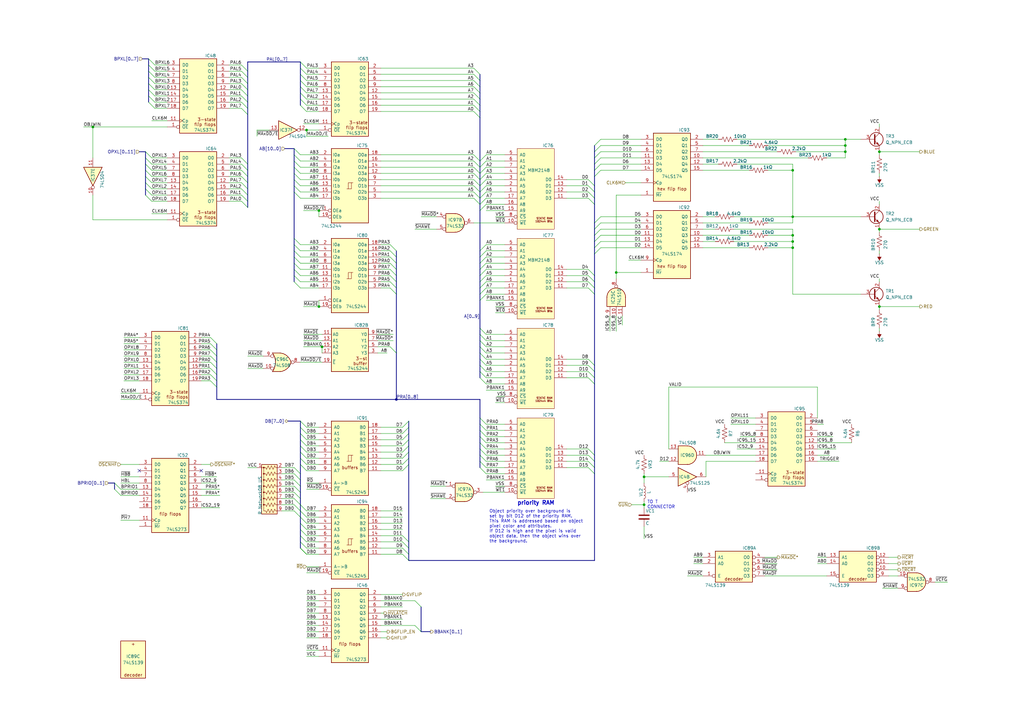
<source format=kicad_sch>
(kicad_sch (version 20231120) (generator "eeschema") (generator_version "8.0")
  (paper "A3")
  (title_block (title "Color Mixer and DAC") (date "2024-11-16") (company "JOTEGO") (comment 1 "www.patreon.com/jotego") (comment 2 "José Tejada"))
  (junction (at 252.73 111.76))
  (junction (at 325.12 99.06))
  (junction (at 360.68 93.98))
  (junction (at 360.68 125.73))
  (junction (at 325.12 96.52))
  (junction (at 130.81 86.36))
  (junction (at 38.1 52.07))
  (junction (at 130.81 125.73))
  (junction (at 346.71 59.69))
  (junction (at 346.71 57.15))
  (junction (at 346.71 62.23))
  (junction (at 264.16 207.01))
  (junction (at 325.12 101.6))
  (junction (at 360.68 62.23))
  (junction (at 325.12 69.85))
  (junction (at 325.12 88.9))
  (junction (at 162.56 163.83))
  (junction (at 132.08 142.24))
  (junction (at 125.73 53.34))
  (junction (at 264.16 195.58))
  (no_connect (at 57.15 193.04))
  (no_connect (at 82.55 193.04))
  (bus_entry (at 196.85 86.36) (size 2.54 -2.54))
  (bus_entry (at 60.96 39.37) (size 2.54 2.54))
  (bus_entry (at 125.73 222.25) (size -2.54 -2.54))
  (bus_entry (at 241.3 186.69) (size 2.54 2.54))
  (bus_entry (at 194.31 81.28) (size 2.54 2.54))
  (bus_entry (at 120.65 100.33) (size 2.54 2.54))
  (bus_entry (at 120.65 102.87) (size 2.54 2.54))
  (bus_entry (at 241.3 81.28) (size 2.54 2.54))
  (bus_entry (at 196.85 191.77) (size 2.54 2.54))
  (bus_entry (at 196.85 179.07) (size 2.54 2.54))
  (bus_entry (at 196.85 147.32) (size 2.54 2.54))
  (bus_entry (at 196.85 81.28) (size 2.54 -2.54))
  (bus_entry (at 86.36 140.97) (size 2.54 2.54))
  (bus_entry (at 165.1 190.5) (size 2.54 -2.54))
  (bus_entry (at 165.1 224.79) (size 2.54 2.54))
  (bus_entry (at 120.65 207.01) (size 2.54 2.54))
  (bus_entry (at 196.85 83.82) (size 2.54 -2.54))
  (bus_entry (at 165.1 187.96) (size 2.54 -2.54))
  (bus_entry (at 125.73 224.79) (size -2.54 -2.54))
  (bus_entry (at 125.73 227.33) (size -2.54 -2.54))
  (bus_entry (at 196.85 173.99) (size 2.54 2.54))
  (bus_entry (at 125.73 177.8) (size -2.54 -2.54))
  (bus_entry (at 243.84 96.52) (size 2.54 -2.54))
  (bus_entry (at 196.85 123.19) (size 2.54 -2.54))
  (bus_entry (at 160.02 113.03) (size 2.54 2.54))
  (bus_entry (at 241.3 189.23) (size 2.54 2.54))
  (bus_entry (at 243.84 93.98) (size 2.54 -2.54))
  (bus_entry (at 196.85 73.66) (size 2.54 -2.54))
  (bus_entry (at 86.36 148.59) (size 2.54 2.54))
  (bus_entry (at 120.65 196.85) (size 2.54 2.54))
  (bus_entry (at 99.06 72.39) (size 2.54 2.54))
  (bus_entry (at 241.3 113.03) (size 2.54 2.54))
  (bus_entry (at 241.3 73.66) (size 2.54 2.54))
  (bus_entry (at 196.85 110.49) (size 2.54 -2.54))
  (bus_entry (at 125.73 187.96) (size -2.54 -2.54))
  (bus_entry (at 194.31 40.64) (size 2.54 2.54))
  (bus_entry (at 86.36 151.13) (size 2.54 2.54))
  (bus_entry (at 123.19 66.04) (size -2.54 -2.54))
  (bus_entry (at 120.65 194.31) (size 2.54 2.54))
  (bus_entry (at 60.96 24.13) (size 2.54 2.54))
  (bus_entry (at 60.96 36.83) (size 2.54 2.54))
  (bus_entry (at 99.06 29.21) (size 2.54 2.54))
  (bus_entry (at 86.36 156.21) (size 2.54 2.54))
  (bus_entry (at 243.84 101.6) (size 2.54 -2.54))
  (bus_entry (at 59.69 67.31) (size 2.54 2.54))
  (bus_entry (at 196.85 189.23) (size 2.54 2.54))
  (bus_entry (at 165.1 193.04) (size 2.54 -2.54))
  (bus_entry (at 125.73 227.33) (size -2.54 -2.54))
  (bus_entry (at 194.31 33.02) (size 2.54 2.54))
  (bus_entry (at 165.1 219.71) (size 2.54 2.54))
  (bus_entry (at 99.06 69.85) (size 2.54 2.54))
  (bus_entry (at 165.1 222.25) (size 2.54 2.54))
  (bus_entry (at 196.85 118.11) (size 2.54 -2.54))
  (bus_entry (at 120.65 105.41) (size 2.54 2.54))
  (bus_entry (at 196.85 76.2) (size 2.54 -2.54))
  (bus_entry (at 194.31 63.5) (size 2.54 2.54))
  (bus_entry (at 243.84 59.69) (size 2.54 -2.54))
  (bus_entry (at 160.02 110.49) (size 2.54 2.54))
  (bus_entry (at 123.19 68.58) (size -2.54 -2.54))
  (bus_entry (at 125.73 212.09) (size -2.54 -2.54))
  (bus_entry (at 120.65 97.79) (size 2.54 2.54))
  (bus_entry (at 241.3 78.74) (size 2.54 2.54))
  (bus_entry (at 241.3 147.32) (size 2.54 2.54))
  (bus_entry (at 165.1 177.8) (size 2.54 -2.54))
  (bus_entry (at 120.65 204.47) (size 2.54 2.54))
  (bus_entry (at 160.02 115.57) (size 2.54 2.54))
  (bus_entry (at 120.65 191.77) (size 2.54 2.54))
  (bus_entry (at 194.31 78.74) (size 2.54 2.54))
  (bus_entry (at 241.3 118.11) (size 2.54 2.54))
  (bus_entry (at 86.36 143.51) (size 2.54 2.54))
  (bus_entry (at 160.02 118.11) (size 2.54 2.54))
  (bus_entry (at 243.84 62.23) (size 2.54 -2.54))
  (bus_entry (at 165.1 180.34) (size 2.54 -2.54))
  (bus_entry (at 194.31 30.48) (size 2.54 2.54))
  (bus_entry (at 120.65 199.39) (size 2.54 2.54))
  (bus_entry (at 241.3 152.4) (size 2.54 2.54))
  (bus_entry (at 165.1 227.33) (size 2.54 2.54))
  (bus_entry (at 196.85 139.7) (size 2.54 2.54))
  (bus_entry (at 196.85 66.04) (size 2.54 -2.54))
  (bus_entry (at 120.65 113.03) (size 2.54 2.54))
  (bus_entry (at 99.06 39.37) (size 2.54 2.54))
  (bus_entry (at 243.84 91.44) (size 2.54 -2.54))
  (bus_entry (at 123.19 33.02) (size 2.54 2.54))
  (bus_entry (at 241.3 149.86) (size 2.54 2.54))
  (bus_entry (at 123.19 76.2) (size -2.54 -2.54))
  (bus_entry (at 125.73 180.34) (size -2.54 -2.54))
  (bus_entry (at 243.84 64.77) (size 2.54 -2.54))
  (bus_entry (at 60.96 29.21) (size 2.54 2.54))
  (bus_entry (at 123.19 78.74) (size -2.54 -2.54))
  (bus_entry (at 123.19 81.28) (size -2.54 -2.54))
  (bus_entry (at 125.73 193.04) (size -2.54 -2.54))
  (bus_entry (at 99.06 31.75) (size 2.54 2.54))
  (bus_entry (at 125.73 217.17) (size -2.54 -2.54))
  (bus_entry (at 99.06 44.45) (size 2.54 2.54))
  (bus_entry (at 123.19 71.12) (size -2.54 -2.54))
  (bus_entry (at 196.85 105.41) (size 2.54 -2.54))
  (bus_entry (at 125.73 190.5) (size -2.54 -2.54))
  (bus_entry (at 196.85 154.94) (size 2.54 2.54))
  (bus_entry (at 125.73 214.63) (size -2.54 -2.54))
  (bus_entry (at 194.31 38.1) (size 2.54 2.54))
  (bus_entry (at 120.65 115.57) (size 2.54 2.54))
  (bus_entry (at 196.85 176.53) (size 2.54 2.54))
  (bus_entry (at 196.85 137.16) (size 2.54 2.54))
  (bus_entry (at 60.96 34.29) (size 2.54 2.54))
  (bus_entry (at 123.19 40.64) (size 2.54 2.54))
  (bus_entry (at 99.06 77.47) (size 2.54 2.54))
  (bus_entry (at 160.02 107.95) (size 2.54 2.54))
  (bus_entry (at 196.85 102.87) (size 2.54 -2.54))
  (bus_entry (at 99.06 67.31) (size 2.54 2.54))
  (bus_entry (at 59.69 80.01) (size 2.54 2.54))
  (bus_entry (at 196.85 107.95) (size 2.54 -2.54))
  (bus_entry (at 196.85 186.69) (size 2.54 2.54))
  (bus_entry (at 241.3 115.57) (size 2.54 2.54))
  (bus_entry (at 196.85 184.15) (size 2.54 2.54))
  (bus_entry (at 46.99 198.12) (size 2.54 2.54))
  (bus_entry (at 160.02 102.87) (size 2.54 2.54))
  (bus_entry (at 99.06 34.29) (size 2.54 2.54))
  (bus_entry (at 243.84 72.39) (size 2.54 -2.54))
  (bus_entry (at 194.31 45.72) (size 2.54 2.54))
  (bus_entry (at 99.06 80.01) (size 2.54 2.54))
  (bus_entry (at 86.36 153.67) (size 2.54 2.54))
  (bus_entry (at 120.65 209.55) (size 2.54 2.54))
  (bus_entry (at 194.31 76.2) (size 2.54 2.54))
  (bus_entry (at 60.96 41.91) (size 2.54 2.54))
  (bus_entry (at 243.84 67.31) (size 2.54 -2.54))
  (bus_entry (at 243.84 99.06) (size 2.54 -2.54))
  (bus_entry (at 59.69 64.77) (size 2.54 2.54))
  (bus_entry (at 165.1 182.88) (size 2.54 -2.54))
  (bus_entry (at 194.31 73.66) (size 2.54 2.54))
  (bus_entry (at 99.06 82.55) (size 2.54 2.54))
  (bus_entry (at 194.31 27.94) (size 2.54 2.54))
  (bus_entry (at 123.19 25.4) (size 2.54 2.54))
  (bus_entry (at 241.3 184.15) (size 2.54 2.54))
  (bus_entry (at 160.02 100.33) (size 2.54 2.54))
  (bus_entry (at 243.84 104.14) (size 2.54 -2.54))
  (bus_entry (at 86.36 146.05) (size 2.54 2.54))
  (bus_entry (at 99.06 26.67) (size 2.54 2.54))
  (bus_entry (at 194.31 43.18) (size 2.54 2.54))
  (bus_entry (at 160.02 105.41) (size 2.54 2.54))
  (bus_entry (at 59.69 62.23) (size 2.54 2.54))
  (bus_entry (at 241.3 76.2) (size 2.54 2.54))
  (bus_entry (at 123.19 38.1) (size 2.54 2.54))
  (bus_entry (at 196.85 171.45) (size 2.54 2.54))
  (bus_entry (at 196.85 149.86) (size 2.54 2.54))
  (bus_entry (at 194.31 71.12) (size 2.54 2.54))
  (bus_entry (at 59.69 69.85) (size 2.54 2.54))
  (bus_entry (at 123.19 27.94) (size 2.54 2.54))
  (bus_entry (at 59.69 72.39) (size 2.54 2.54))
  (bus_entry (at 241.3 191.77) (size 2.54 2.54))
  (bus_entry (at 160.02 142.24) (size 2.54 2.54))
  (bus_entry (at 196.85 113.03) (size 2.54 -2.54))
  (bus_entry (at 165.1 185.42) (size 2.54 -2.54))
  (bus_entry (at 123.19 30.48) (size 2.54 2.54))
  (bus_entry (at 196.85 68.58) (size 2.54 -2.54))
  (bus_entry (at 46.99 200.66) (size 2.54 2.54))
  (bus_entry (at 60.96 26.67) (size 2.54 2.54))
  (bus_entry (at 99.06 41.91) (size 2.54 2.54))
  (bus_entry (at 120.65 107.95) (size 2.54 2.54))
  (bus_entry (at 170.18 256.54) (size 2.54 2.54))
  (bus_entry (at 123.19 63.5) (size -2.54 -2.54))
  (bus_entry (at 196.85 144.78) (size 2.54 2.54))
  (bus_entry (at 196.85 78.74) (size 2.54 -2.54))
  (bus_entry (at 99.06 36.83) (size 2.54 2.54))
  (bus_entry (at 196.85 134.62) (size 2.54 2.54))
  (bus_entry (at 165.1 175.26) (size 2.54 -2.54))
  (bus_entry (at 125.73 185.42) (size -2.54 -2.54))
  (bus_entry (at 60.96 31.75) (size 2.54 2.54))
  (bus_entry (at 170.18 246.38) (size 2.54 2.54))
  (bus_entry (at 196.85 71.12) (size 2.54 -2.54))
  (bus_entry (at 120.65 110.49) (size 2.54 2.54))
  (bus_entry (at 196.85 152.4) (size 2.54 2.54))
  (bus_entry (at 123.19 73.66) (size -2.54 -2.54))
  (bus_entry (at 241.3 154.94) (size 2.54 2.54))
  (bus_entry (at 125.73 219.71) (size -2.54 -2.54))
  (bus_entry (at 243.84 69.85) (size 2.54 -2.54))
  (bus_entry (at 123.19 207.01) (size 2.54 2.54))
  (bus_entry (at 99.06 74.93) (size 2.54 2.54))
  (bus_entry (at 59.69 77.47) (size 2.54 2.54))
  (bus_entry (at 194.31 66.04) (size 2.54 2.54))
  (bus_entry (at 123.19 43.18) (size 2.54 2.54))
  (bus_entry (at 194.31 68.58) (size 2.54 2.54))
  (bus_entry (at 196.85 181.61) (size 2.54 2.54))
  (bus_entry (at 99.06 64.77) (size 2.54 2.54))
  (bus_entry (at 241.3 110.49) (size 2.54 2.54))
  (bus_entry (at 196.85 115.57) (size 2.54 -2.54))
  (bus_entry (at 125.73 182.88) (size -2.54 -2.54))
  (bus_entry (at 194.31 35.56) (size 2.54 2.54))
  (bus_entry (at 196.85 142.24) (size 2.54 2.54))
  (bus_entry (at 125.73 175.26) (size -2.54 -2.54))
  (bus_entry (at 59.69 74.93) (size 2.54 2.54))
  (bus_entry (at 196.85 120.65) (size 2.54 -2.54))
  (bus_entry (at 86.36 138.43) (size 2.54 2.54))
  (bus_entry (at 120.65 201.93) (size 2.54 2.54))
  (bus_entry (at 123.19 35.56) (size 2.54 2.54))
  (bus (pts (xy 172.72 248.92) (xy 172.72 259.08)))
  (wire (pts (xy 50.8 143.51) (xy 57.15 143.51)))
  (bus (pts (xy 59.69 72.39) (xy 59.69 69.85)))
  (wire (pts (xy 199.39 147.32) (xy 207.01 147.32)))
  (bus (pts (xy 123.19 207.01) (xy 123.19 209.55)))
  (wire (pts (xy 364.49 228.6) (xy 368.3 228.6)))
  (wire (pts (xy 199.39 176.53) (xy 207.01 176.53)))
  (wire (pts (xy 288.29 62.23) (xy 318.77 62.23)))
  (bus (pts (xy 120.65 110.49) (xy 120.65 107.95)))
  (wire (pts (xy 99.06 67.31) (xy 93.98 67.31)))
  (bus (pts (xy 57.15 62.23) (xy 59.69 62.23)))
  (wire (pts (xy 62.23 87.63) (xy 68.58 87.63)))
  (wire (pts (xy 194.31 91.44) (xy 207.01 91.44)))
  (wire (pts (xy 99.06 64.77) (xy 93.98 64.77)))
  (wire (pts (xy 246.38 57.15) (xy 262.89 57.15)))
  (wire (pts (xy 38.1 80.01) (xy 38.1 90.17)))
  (bus (pts (xy 123.19 209.55) (xy 123.19 212.09)))
  (wire (pts (xy 63.5 39.37) (xy 68.58 39.37)))
  (wire (pts (xy 326.39 62.23) (xy 346.71 62.23)))
  (wire (pts (xy 156.21 71.12) (xy 194.31 71.12)))
  (wire (pts (xy 124.46 50.8) (xy 130.81 50.8)))
  (bus (pts (xy 196.85 102.87) (xy 196.85 105.41)))
  (wire (pts (xy 264.16 205.74) (xy 264.16 207.01)))
  (bus (pts (xy 243.84 115.57) (xy 243.84 118.11)))
  (wire (pts (xy 232.41 154.94) (xy 241.3 154.94)))
  (bus (pts (xy 243.84 67.31) (xy 243.84 69.85)))
  (wire (pts (xy 82.55 195.58) (xy 88.9 195.58)))
  (wire (pts (xy 50.8 151.13) (xy 57.15 151.13)))
  (bus (pts (xy 196.85 147.32) (xy 196.85 149.86)))
  (wire (pts (xy 361.95 241.3) (xy 368.3 241.3)))
  (bus (pts (xy 196.85 189.23) (xy 196.85 186.69)))
  (bus (pts (xy 196.85 43.18) (xy 196.85 45.72)))
  (bus (pts (xy 60.96 34.29) (xy 60.96 31.75)))
  (bus (pts (xy 196.85 123.19) (xy 196.85 134.62)))
  (wire (pts (xy 250.19 135.89) (xy 250.19 129.54)))
  (wire (pts (xy 156.21 248.92) (xy 165.1 248.92)))
  (wire (pts (xy 156.21 43.18) (xy 194.31 43.18)))
  (wire (pts (xy 49.53 213.36) (xy 57.15 213.36)))
  (bus (pts (xy 196.85 184.15) (xy 196.85 181.61)))
  (bus (pts (xy 162.56 107.95) (xy 162.56 110.49)))
  (bus (pts (xy 59.69 67.31) (xy 59.69 64.77)))
  (bus (pts (xy 196.85 163.83) (xy 162.56 163.83)))
  (wire (pts (xy 199.39 184.15) (xy 207.01 184.15)))
  (wire (pts (xy 199.39 157.48) (xy 207.01 157.48)))
  (bus (pts (xy 101.6 41.91) (xy 101.6 39.37)))
  (bus (pts (xy 60.96 39.37) (xy 60.96 36.83)))
  (wire (pts (xy 335.28 158.75) (xy 335.28 171.45)))
  (bus (pts (xy 196.85 171.45) (xy 196.85 163.83)))
  (wire (pts (xy 203.2 88.9) (xy 207.01 88.9)))
  (bus (pts (xy 196.85 66.04) (xy 196.85 68.58)))
  (wire (pts (xy 232.41 186.69) (xy 241.3 186.69)))
  (wire (pts (xy 203.835 162.56) (xy 207.01 162.56)))
  (wire (pts (xy 125.73 234.95) (xy 130.81 234.95)))
  (bus (pts (xy 59.69 74.93) (xy 59.69 72.39)))
  (wire (pts (xy 156.21 190.5) (xy 165.1 190.5)))
  (wire (pts (xy 130.81 76.2) (xy 123.19 76.2)))
  (wire (pts (xy 252.73 111.76) (xy 262.89 111.76)))
  (wire (pts (xy 199.39 186.69) (xy 207.01 186.69)))
  (wire (pts (xy 364.49 231.14) (xy 368.3 231.14)))
  (wire (pts (xy 156.21 73.66) (xy 194.31 73.66)))
  (bus (pts (xy 123.19 190.5) (xy 123.19 194.31)))
  (bus (pts (xy 162.56 110.49) (xy 162.56 113.03)))
  (wire (pts (xy 302.26 57.15) (xy 346.71 57.15)))
  (wire (pts (xy 203.2 125.73) (xy 207.01 125.73)))
  (wire (pts (xy 125.73 182.88) (xy 130.81 182.88)))
  (wire (pts (xy 274.32 158.75) (xy 335.28 158.75)))
  (wire (pts (xy 232.41 189.23) (xy 241.3 189.23)))
  (wire (pts (xy 325.12 88.9) (xy 353.06 88.9)))
  (wire (pts (xy 99.06 80.01) (xy 93.98 80.01)))
  (wire (pts (xy 199.39 144.78) (xy 207.01 144.78)))
  (wire (pts (xy 125.73 43.18) (xy 130.81 43.18)))
  (bus (pts (xy 101.6 67.31) (xy 101.6 46.99)))
  (bus (pts (xy 196.85 152.4) (xy 196.85 154.94)))
  (wire (pts (xy 232.41 184.15) (xy 241.3 184.15)))
  (wire (pts (xy 199.39 120.65) (xy 207.01 120.65)))
  (bus (pts (xy 88.9 158.75) (xy 88.9 163.83)))
  (wire (pts (xy 125.73 209.55) (xy 130.81 209.55)))
  (wire (pts (xy 156.21 187.96) (xy 165.1 187.96)))
  (wire (pts (xy 156.21 113.03) (xy 160.02 113.03)))
  (wire (pts (xy 99.06 69.85) (xy 93.98 69.85)))
  (wire (pts (xy 156.21 105.41) (xy 160.02 105.41)))
  (wire (pts (xy 270.51 189.23) (xy 274.32 189.23)))
  (wire (pts (xy 176.53 199.39) (xy 182.88 199.39)))
  (wire (pts (xy 199.39 118.11) (xy 207.01 118.11)))
  (wire (pts (xy 199.39 196.85) (xy 207.01 196.85)))
  (wire (pts (xy 246.38 93.98) (xy 262.89 93.98)))
  (wire (pts (xy 246.38 99.06) (xy 262.89 99.06)))
  (wire (pts (xy 288.29 88.9) (xy 293.37 88.9)))
  (bus (pts (xy 123.19 175.26) (xy 123.19 172.72)))
  (wire (pts (xy 325.12 69.85) (xy 325.12 88.9)))
  (wire (pts (xy 125.73 232.41) (xy 130.81 232.41)))
  (bus (pts (xy 101.6 82.55) (xy 101.6 80.01)))
  (wire (pts (xy 82.55 138.43) (xy 86.36 138.43)))
  (bus (pts (xy 123.19 185.42) (xy 123.19 187.96)))
  (bus (pts (xy 123.19 219.71) (xy 123.19 222.25)))
  (wire (pts (xy 232.41 149.86) (xy 241.3 149.86)))
  (wire (pts (xy 63.5 36.83) (xy 68.58 36.83)))
  (wire (pts (xy 156.21 76.2) (xy 194.31 76.2)))
  (wire (pts (xy 264.16 207.01) (xy 264.16 208.28)))
  (wire (pts (xy 388.62 238.76) (xy 383.54 238.76)))
  (wire (pts (xy 256.54 74.93) (xy 262.89 74.93)))
  (wire (pts (xy 123.19 118.11) (xy 130.81 118.11)))
  (wire (pts (xy 156.21 78.74) (xy 194.31 78.74)))
  (bus (pts (xy 196.85 78.74) (xy 196.85 81.28)))
  (wire (pts (xy 232.41 76.2) (xy 241.3 76.2)))
  (wire (pts (xy 156.21 107.95) (xy 160.02 107.95)))
  (bus (pts (xy 243.84 186.69) (xy 243.84 189.23)))
  (bus (pts (xy 44.45 198.12) (xy 46.99 198.12)))
  (wire (pts (xy 124.46 137.16) (xy 132.08 137.16)))
  (wire (pts (xy 125.73 187.96) (xy 130.81 187.96)))
  (wire (pts (xy 360.68 62.23) (xy 377.19 62.23)))
  (wire (pts (xy 125.73 269.24) (xy 130.81 269.24)))
  (wire (pts (xy 154.94 137.16) (xy 161.29 137.16)))
  (wire (pts (xy 199.39 110.49) (xy 207.01 110.49)))
  (wire (pts (xy 255.27 129.54) (xy 255.27 133.35)))
  (wire (pts (xy 63.5 29.21) (xy 68.58 29.21)))
  (bus (pts (xy 120.65 107.95) (xy 120.65 105.41)))
  (bus (pts (xy 243.84 59.69) (xy 243.84 62.23)))
  (bus (pts (xy 120.65 66.04) (xy 120.65 68.58)))
  (bus (pts (xy 243.84 152.4) (xy 243.84 154.94)))
  (wire (pts (xy 125.73 180.34) (xy 130.81 180.34)))
  (wire (pts (xy 313.69 233.68) (xy 318.77 233.68)))
  (bus (pts (xy 196.85 120.65) (xy 196.85 123.19)))
  (wire (pts (xy 314.96 69.85) (xy 325.12 69.85)))
  (bus (pts (xy 123.19 217.17) (xy 123.19 219.71)))
  (bus (pts (xy 123.19 35.56) (xy 123.19 33.02)))
  (bus (pts (xy 196.85 137.16) (xy 196.85 139.7)))
  (wire (pts (xy 199.39 105.41) (xy 207.01 105.41)))
  (wire (pts (xy 325.12 101.6) (xy 314.96 101.6)))
  (wire (pts (xy 264.16 195.58) (xy 264.16 198.12)))
  (wire (pts (xy 179.07 93.98) (xy 170.18 93.98)))
  (wire (pts (xy 123.19 66.04) (xy 130.81 66.04)))
  (wire (pts (xy 93.98 31.75) (xy 99.06 31.75)))
  (wire (pts (xy 82.55 203.2) (xy 90.17 203.2)))
  (wire (pts (xy 125.73 243.84) (xy 130.81 243.84)))
  (bus (pts (xy 243.84 189.23) (xy 243.84 191.77)))
  (wire (pts (xy 156.21 219.71) (xy 165.1 219.71)))
  (bus (pts (xy 167.64 229.87) (xy 243.84 229.87)))
  (bus (pts (xy 123.19 40.64) (xy 123.19 38.1)))
  (wire (pts (xy 63.5 44.45) (xy 68.58 44.45)))
  (wire (pts (xy 125.73 227.33) (xy 130.81 227.33)))
  (wire (pts (xy 132.08 142.24) (xy 132.08 144.78)))
  (wire (pts (xy 63.5 26.67) (xy 68.58 26.67)))
  (wire (pts (xy 199.39 63.5) (xy 207.01 63.5)))
  (bus (pts (xy 196.85 142.24) (xy 196.85 144.78)))
  (bus (pts (xy 88.9 156.21) (xy 88.9 158.75)))
  (wire (pts (xy 335.28 228.6) (xy 339.09 228.6)))
  (wire (pts (xy 156.21 222.25) (xy 165.1 222.25)))
  (wire (pts (xy 125.73 261.62) (xy 130.81 261.62)))
  (wire (pts (xy 82.55 153.67) (xy 86.36 153.67)))
  (wire (pts (xy 156.21 35.56) (xy 194.31 35.56)))
  (wire (pts (xy 125.73 256.54) (xy 130.81 256.54)))
  (wire (pts (xy 50.8 138.43) (xy 57.15 138.43)))
  (wire (pts (xy 232.41 81.28) (xy 241.3 81.28)))
  (wire (pts (xy 360.68 82.55) (xy 360.68 83.82)))
  (wire (pts (xy 93.98 41.91) (xy 99.06 41.91)))
  (bus (pts (xy 162.56 115.57) (xy 162.56 118.11)))
  (wire (pts (xy 199.39 149.86) (xy 207.01 149.86)))
  (wire (pts (xy 156.21 33.02) (xy 194.31 33.02)))
  (bus (pts (xy 123.19 30.48) (xy 123.19 27.94)))
  (wire (pts (xy 125.73 27.94) (xy 130.81 27.94)))
  (bus (pts (xy 101.6 69.85) (xy 101.6 67.31)))
  (wire (pts (xy 82.55 140.97) (xy 86.36 140.97)))
  (bus (pts (xy 196.85 113.03) (xy 196.85 115.57)))
  (wire (pts (xy 82.55 208.28) (xy 90.17 208.28)))
  (bus (pts (xy 243.84 157.48) (xy 243.84 186.69)))
  (wire (pts (xy 274.32 184.15) (xy 274.32 158.75)))
  (wire (pts (xy 82.55 200.66) (xy 90.17 200.66)))
  (wire (pts (xy 99.06 72.39) (xy 93.98 72.39)))
  (wire (pts (xy 82.55 156.21) (xy 86.36 156.21)))
  (wire (pts (xy 62.23 77.47) (xy 68.58 77.47)))
  (bus (pts (xy 167.64 222.25) (xy 167.64 190.5)))
  (bus (pts (xy 59.69 80.01) (xy 59.69 77.47)))
  (bus (pts (xy 123.19 204.47) (xy 123.19 207.01)))
  (bus (pts (xy 123.19 27.94) (xy 123.19 25.4)))
  (wire (pts (xy 38.1 52.07) (xy 68.58 52.07)))
  (bus (pts (xy 123.19 182.88) (xy 123.19 185.42)))
  (wire (pts (xy 93.98 26.67) (xy 99.06 26.67)))
  (bus (pts (xy 243.84 93.98) (xy 243.84 96.52)))
  (wire (pts (xy 125.73 53.34) (xy 125.73 55.88)))
  (wire (pts (xy 156.21 63.5) (xy 194.31 63.5)))
  (bus (pts (xy 88.9 153.67) (xy 88.9 156.21)))
  (bus (pts (xy 162.56 144.78) (xy 162.56 163.83)))
  (wire (pts (xy 300.99 99.06) (xy 325.12 99.06)))
  (bus (pts (xy 196.85 48.26) (xy 196.85 66.04)))
  (bus (pts (xy 243.84 191.77) (xy 243.84 194.31)))
  (wire (pts (xy 156.21 180.34) (xy 165.1 180.34)))
  (wire (pts (xy 156.21 246.38) (xy 170.18 246.38)))
  (wire (pts (xy 156.21 68.58) (xy 194.31 68.58)))
  (bus (pts (xy 88.9 140.97) (xy 88.9 143.51)))
  (bus (pts (xy 162.56 102.87) (xy 162.56 105.41)))
  (bus (pts (xy 88.9 146.05) (xy 88.9 148.59)))
  (bus (pts (xy 243.84 96.52) (xy 243.84 99.06)))
  (wire (pts (xy 257.81 106.68) (xy 262.89 106.68)))
  (wire (pts (xy 120.65 201.93) (xy 115.57 201.93)))
  (wire (pts (xy 125.73 212.09) (xy 130.81 212.09)))
  (wire (pts (xy 246.38 67.31) (xy 262.89 67.31)))
  (wire (pts (xy 252.73 111.76) (xy 252.73 80.01)))
  (wire (pts (xy 199.39 73.66) (xy 207.01 73.66)))
  (wire (pts (xy 199.39 71.12) (xy 207.01 71.12)))
  (wire (pts (xy 49.53 198.12) (xy 57.15 198.12)))
  (wire (pts (xy 99.06 77.47) (xy 93.98 77.47)))
  (wire (pts (xy 130.81 115.57) (xy 123.19 115.57)))
  (wire (pts (xy 125.73 53.34) (xy 130.81 53.34)))
  (bus (pts (xy 162.56 118.11) (xy 162.56 120.65)))
  (wire (pts (xy 130.81 73.66) (xy 123.19 73.66)))
  (wire (pts (xy 325.12 91.44) (xy 314.96 91.44)))
  (wire (pts (xy 124.46 139.7) (xy 132.08 139.7)))
  (wire (pts (xy 50.8 146.05) (xy 57.15 146.05)))
  (wire (pts (xy 288.29 57.15) (xy 294.64 57.15)))
  (bus (pts (xy 243.84 78.74) (xy 243.84 81.28)))
  (wire (pts (xy 288.29 93.98) (xy 293.37 93.98)))
  (wire (pts (xy 120.65 196.85) (xy 115.57 196.85)))
  (wire (pts (xy 154.94 142.24) (xy 160.02 142.24)))
  (wire (pts (xy 101.6 146.05) (xy 107.95 146.05)))
  (wire (pts (xy 62.23 67.31) (xy 68.58 67.31)))
  (wire (pts (xy 93.98 34.29) (xy 99.06 34.29)))
  (bus (pts (xy 196.85 33.02) (xy 196.85 35.56)))
  (wire (pts (xy 120.65 209.55) (xy 115.57 209.55)))
  (wire (pts (xy 199.39 191.77) (xy 207.01 191.77)))
  (bus (pts (xy 196.85 134.62) (xy 196.85 137.16)))
  (wire (pts (xy 105.41 55.88) (xy 105.41 53.34)))
  (wire (pts (xy 50.8 156.21) (xy 57.15 156.21)))
  (wire (pts (xy 62.23 72.39) (xy 68.58 72.39)))
  (wire (pts (xy 93.98 44.45) (xy 99.06 44.45)))
  (wire (pts (xy 199.39 139.7) (xy 207.01 139.7)))
  (wire (pts (xy 130.81 81.28) (xy 123.19 81.28)))
  (bus (pts (xy 120.65 105.41) (xy 120.65 102.87)))
  (wire (pts (xy 314.96 96.52) (xy 325.12 96.52)))
  (wire (pts (xy 199.39 123.19) (xy 207.01 123.19)))
  (wire (pts (xy 156.21 118.11) (xy 160.02 118.11)))
  (bus (pts (xy 88.9 151.13) (xy 88.9 153.67)))
  (wire (pts (xy 156.21 100.33) (xy 160.02 100.33)))
  (bus (pts (xy 243.84 76.2) (xy 243.84 78.74)))
  (bus (pts (xy 120.65 113.03) (xy 120.65 110.49)))
  (bus (pts (xy 120.65 76.2) (xy 120.65 78.74)))
  (bus (pts (xy 123.19 199.39) (xy 123.19 201.93)))
  (wire (pts (xy 82.55 198.12) (xy 88.9 198.12)))
  (bus (pts (xy 167.64 229.87) (xy 167.64 227.33)))
  (wire (pts (xy 325.12 88.9) (xy 325.12 91.44)))
  (bus (pts (xy 60.96 41.91) (xy 60.96 39.37)))
  (bus (pts (xy 243.84 113.03) (xy 243.84 115.57)))
  (wire (pts (xy 125.73 259.08) (xy 130.81 259.08)))
  (wire (pts (xy 156.21 209.55) (xy 165.1 209.55)))
  (wire (pts (xy 125.73 175.26) (xy 130.81 175.26)))
  (wire (pts (xy 156.21 251.46) (xy 157.48 251.46)))
  (wire (pts (xy 232.41 147.32) (xy 241.3 147.32)))
  (wire (pts (xy 125.73 177.8) (xy 130.81 177.8)))
  (wire (pts (xy 246.38 96.52) (xy 262.89 96.52)))
  (wire (pts (xy 156.21 227.33) (xy 165.1 227.33)))
  (wire (pts (xy 346.71 57.15) (xy 353.06 57.15)))
  (wire (pts (xy 125.73 185.42) (xy 130.81 185.42)))
  (wire (pts (xy 199.39 100.33) (xy 207.01 100.33)))
  (wire (pts (xy 34.29 52.07) (xy 38.1 52.07)))
  (wire (pts (xy 156.21 102.87) (xy 160.02 102.87)))
  (wire (pts (xy 38.1 90.17) (xy 68.58 90.17)))
  (bus (pts (xy 123.19 43.18) (xy 123.19 40.64)))
  (wire (pts (xy 199.39 115.57) (xy 207.01 115.57)))
  (wire (pts (xy 335.28 189.23) (xy 344.17 189.23)))
  (wire (pts (xy 360.68 125.73) (xy 360.68 127)))
  (bus (pts (xy 196.85 179.07) (xy 196.85 176.53)))
  (bus (pts (xy 123.19 180.34) (xy 123.19 177.8)))
  (wire (pts (xy 264.16 215.9) (xy 264.16 220.98)))
  (wire (pts (xy 335.28 184.15) (xy 342.9 184.15)))
  (wire (pts (xy 360.68 71.12) (xy 360.68 72.39)))
  (wire (pts (xy 284.48 231.14) (xy 288.29 231.14)))
  (wire (pts (xy 199.39 142.24) (xy 207.01 142.24)))
  (wire (pts (xy 232.41 191.77) (xy 241.3 191.77)))
  (wire (pts (xy 199.39 66.04) (xy 207.01 66.04)))
  (bus (pts (xy 101.6 80.01) (xy 101.6 77.47)))
  (wire (pts (xy 199.39 81.28) (xy 207.01 81.28)))
  (wire (pts (xy 325.12 99.06) (xy 325.12 101.6)))
  (wire (pts (xy 303.53 179.07) (xy 309.88 179.07)))
  (wire (pts (xy 156.21 261.62) (xy 158.75 261.62)))
  (wire (pts (xy 125.73 217.17) (xy 130.81 217.17)))
  (bus (pts (xy 196.85 38.1) (xy 196.85 40.64)))
  (bus (pts (xy 167.64 182.88) (xy 167.64 180.34)))
  (wire (pts (xy 198.12 201.93) (xy 207.01 201.93)))
  (wire (pts (xy 50.8 148.59) (xy 57.15 148.59)))
  (wire (pts (xy 364.49 233.68) (xy 368.3 233.68)))
  (wire (pts (xy 289.56 195.58) (xy 289.56 189.23)))
  (bus (pts (xy 162.56 113.03) (xy 162.56 115.57)))
  (bus (pts (xy 167.64 190.5) (xy 167.64 187.96)))
  (bus (pts (xy 123.19 177.8) (xy 123.19 175.26)))
  (wire (pts (xy 325.12 93.98) (xy 325.12 96.52)))
  (bus (pts (xy 101.6 34.29) (xy 101.6 31.75)))
  (bus (pts (xy 116.84 60.96) (xy 120.65 60.96)))
  (bus (pts (xy 243.84 83.82) (xy 243.84 91.44)))
  (bus (pts (xy 88.9 163.83) (xy 162.56 163.83)))
  (wire (pts (xy 252.73 80.01) (xy 262.89 80.01)))
  (wire (pts (xy 120.65 199.39) (xy 115.57 199.39)))
  (wire (pts (xy 63.5 31.75) (xy 68.58 31.75)))
  (wire (pts (xy 156.21 254) (xy 165.1 254)))
  (bus (pts (xy 123.19 196.85) (xy 123.19 199.39)))
  (wire (pts (xy 288.29 96.52) (xy 307.34 96.52)))
  (wire (pts (xy 62.23 49.53) (xy 68.58 49.53)))
  (wire (pts (xy 325.12 67.31) (xy 325.12 69.85)))
  (bus (pts (xy 196.85 73.66) (xy 196.85 76.2)))
  (bus (pts (xy 123.19 33.02) (xy 123.19 30.48)))
  (bus (pts (xy 101.6 29.21) (xy 101.6 25.4)))
  (wire (pts (xy 232.41 115.57) (xy 241.3 115.57)))
  (bus (pts (xy 101.6 36.83) (xy 101.6 34.29)))
  (wire (pts (xy 252.73 135.89) (xy 252.73 129.54)))
  (wire (pts (xy 325.12 96.52) (xy 325.12 99.06)))
  (bus (pts (xy 123.19 201.93) (xy 123.19 204.47)))
  (wire (pts (xy 203.2 128.27) (xy 207.01 128.27)))
  (bus (pts (xy 60.96 29.21) (xy 60.96 26.67)))
  (wire (pts (xy 232.41 113.03) (xy 241.3 113.03)))
  (bus (pts (xy 196.85 149.86) (xy 196.85 152.4)))
  (wire (pts (xy 232.41 152.4) (xy 241.3 152.4)))
  (wire (pts (xy 232.41 78.74) (xy 241.3 78.74)))
  (bus (pts (xy 196.85 30.48) (xy 196.85 33.02)))
  (wire (pts (xy 63.5 34.29) (xy 68.58 34.29)))
  (bus (pts (xy 167.64 187.96) (xy 167.64 185.42)))
  (wire (pts (xy 264.16 195.58) (xy 274.32 195.58)))
  (wire (pts (xy 360.68 93.98) (xy 360.68 95.25)))
  (wire (pts (xy 82.55 148.59) (xy 86.36 148.59)))
  (wire (pts (xy 125.73 214.63) (xy 130.81 214.63)))
  (wire (pts (xy 199.39 76.2) (xy 207.01 76.2)))
  (bus (pts (xy 120.65 68.58) (xy 120.65 71.12)))
  (wire (pts (xy 49.53 200.66) (xy 57.15 200.66)))
  (bus (pts (xy 243.84 99.06) (xy 243.84 101.6)))
  (wire (pts (xy 99.06 82.55) (xy 93.98 82.55)))
  (wire (pts (xy 335.28 173.99) (xy 337.82 173.99)))
  (wire (pts (xy 101.6 151.13) (xy 107.95 151.13)))
  (wire (pts (xy 123.19 107.95) (xy 130.81 107.95)))
  (bus (pts (xy 120.65 73.66) (xy 120.65 76.2)))
  (bus (pts (xy 120.65 71.12) (xy 120.65 73.66)))
  (bus (pts (xy 196.85 71.12) (xy 196.85 73.66)))
  (bus (pts (xy 120.65 78.74) (xy 120.65 97.79)))
  (bus (pts (xy 167.64 224.79) (xy 167.64 222.25)))
  (bus (pts (xy 60.96 36.83) (xy 60.96 34.29)))
  (wire (pts (xy 325.12 101.6) (xy 325.12 120.65)))
  (wire (pts (xy 50.8 153.67) (xy 57.15 153.67)))
  (bus (pts (xy 196.85 40.64) (xy 196.85 43.18)))
  (wire (pts (xy 199.39 137.16) (xy 207.01 137.16)))
  (wire (pts (xy 130.81 110.49) (xy 123.19 110.49)))
  (wire (pts (xy 232.41 110.49) (xy 241.3 110.49)))
  (wire (pts (xy 130.81 78.74) (xy 123.19 78.74)))
  (wire (pts (xy 203.2 199.39) (xy 207.01 199.39)))
  (wire (pts (xy 93.98 39.37) (xy 99.06 39.37)))
  (wire (pts (xy 246.38 69.85) (xy 262.89 69.85)))
  (bus (pts (xy 167.64 227.33) (xy 167.64 224.79)))
  (wire (pts (xy 288.29 59.69) (xy 307.34 59.69)))
  (wire (pts (xy 288.29 99.06) (xy 293.37 99.06)))
  (wire (pts (xy 199.39 78.74) (xy 207.01 78.74)))
  (bus (pts (xy 88.9 148.59) (xy 88.9 151.13)))
  (bus (pts (xy 162.56 105.41) (xy 162.56 107.95)))
  (bus (pts (xy 196.85 105.41) (xy 196.85 107.95)))
  (wire (pts (xy 125.73 248.92) (xy 130.81 248.92)))
  (bus (pts (xy 243.84 81.28) (xy 243.84 83.82)))
  (wire (pts (xy 125.73 254) (xy 130.81 254)))
  (wire (pts (xy 125.73 200.66) (xy 130.81 200.66)))
  (bus (pts (xy 123.19 212.09) (xy 123.19 214.63)))
  (wire (pts (xy 125.73 219.71) (xy 130.81 219.71)))
  (bus (pts (xy 196.85 173.99) (xy 196.85 171.45)))
  (wire (pts (xy 199.39 189.23) (xy 207.01 189.23)))
  (wire (pts (xy 300.99 93.98) (xy 325.12 93.98)))
  (wire (pts (xy 199.39 83.82) (xy 207.01 83.82)))
  (wire (pts (xy 259.08 207.01) (xy 264.16 207.01)))
  (bus (pts (xy 120.65 100.33) (xy 120.65 97.79)))
  (bus (pts (xy 123.19 187.96) (xy 123.19 190.5)))
  (wire (pts (xy 156.21 177.8) (xy 165.1 177.8)))
  (bus (pts (xy 243.84 154.94) (xy 243.84 157.48)))
  (wire (pts (xy 125.73 266.7) (xy 130.81 266.7)))
  (bus (pts (xy 243.84 118.11) (xy 243.84 120.65)))
  (wire (pts (xy 156.21 30.48) (xy 194.31 30.48)))
  (bus (pts (xy 243.84 101.6) (xy 243.84 104.14)))
  (wire (pts (xy 124.46 86.36) (xy 130.81 86.36)))
  (wire (pts (xy 199.39 102.87) (xy 207.01 102.87)))
  (wire (pts (xy 335.28 186.69) (xy 340.36 186.69)))
  (wire (pts (xy 62.23 69.85) (xy 68.58 69.85)))
  (wire (pts (xy 124.46 125.73) (xy 130.81 125.73)))
  (bus (pts (xy 120.65 60.96) (xy 120.65 63.5)))
  (wire (pts (xy 62.23 74.93) (xy 68.58 74.93)))
  (wire (pts (xy 82.55 151.13) (xy 86.36 151.13)))
  (wire (pts (xy 299.72 173.99) (xy 309.88 173.99)))
  (bus (pts (xy 101.6 25.4) (xy 123.19 25.4)))
  (wire (pts (xy 130.81 86.36) (xy 130.81 88.9)))
  (wire (pts (xy 105.41 53.34) (xy 110.49 53.34)))
  (wire (pts (xy 156.21 259.08) (xy 158.75 259.08)))
  (wire (pts (xy 156.21 115.57) (xy 160.02 115.57)))
  (bus (pts (xy 196.85 107.95) (xy 196.85 110.49)))
  (wire (pts (xy 199.39 86.36) (xy 207.01 86.36)))
  (bus (pts (xy 243.84 91.44) (xy 243.84 93.98)))
  (wire (pts (xy 82.55 143.51) (xy 86.36 143.51)))
  (wire (pts (xy 123.19 71.12) (xy 130.81 71.12)))
  (wire (pts (xy 288.29 67.31) (xy 294.64 67.31)))
  (wire (pts (xy 156.21 40.64) (xy 194.31 40.64)))
  (wire (pts (xy 49.53 203.2) (xy 57.15 203.2)))
  (bus (pts (xy 59.69 77.47) (xy 59.69 74.93)))
  (bus (pts (xy 123.19 194.31) (xy 123.19 196.85)))
  (wire (pts (xy 246.38 91.44) (xy 262.89 91.44)))
  (wire (pts (xy 199.39 154.94) (xy 207.01 154.94)))
  (wire (pts (xy 123.19 63.5) (xy 130.81 63.5)))
  (wire (pts (xy 335.28 231.14) (xy 339.09 231.14)))
  (wire (pts (xy 124.46 142.24) (xy 132.08 142.24)))
  (wire (pts (xy 199.39 160.02) (xy 207.01 160.02)))
  (wire (pts (xy 199.39 107.95) (xy 207.01 107.95)))
  (bus (pts (xy 196.85 83.82) (xy 196.85 86.36)))
  (wire (pts (xy 49.53 190.5) (xy 57.15 190.5)))
  (wire (pts (xy 252.73 114.3) (xy 252.73 111.76)))
  (wire (pts (xy 288.29 69.85) (xy 307.34 69.85)))
  (wire (pts (xy 313.69 231.14) (xy 318.77 231.14)))
  (wire (pts (xy 120.65 191.77) (xy 115.57 191.77)))
  (wire (pts (xy 313.69 228.6) (xy 318.77 228.6)))
  (wire (pts (xy 346.71 57.15) (xy 346.71 59.69)))
  (wire (pts (xy 62.23 80.01) (xy 68.58 80.01)))
  (wire (pts (xy 284.48 228.6) (xy 288.29 228.6)))
  (wire (pts (xy 339.09 64.77) (xy 346.71 64.77)))
  (wire (pts (xy 156.21 185.42) (xy 165.1 185.42)))
  (wire (pts (xy 199.39 173.99) (xy 207.01 173.99)))
  (wire (pts (xy 123.19 105.41) (xy 130.81 105.41)))
  (bus (pts (xy 167.64 180.34) (xy 167.64 177.8)))
  (wire (pts (xy 346.71 62.23) (xy 346.71 64.77)))
  (wire (pts (xy 325.12 120.65) (xy 353.06 120.65)))
  (wire (pts (xy 289.56 189.23) (xy 309.88 189.23)))
  (wire (pts (xy 156.21 193.04) (xy 165.1 193.04)))
  (bus (pts (xy 196.85 115.57) (xy 196.85 118.11)))
  (wire (pts (xy 123.19 102.87) (xy 130.81 102.87)))
  (wire (pts (xy 125.73 33.02) (xy 130.81 33.02)))
  (bus (pts (xy 123.19 180.34) (xy 123.19 182.88)))
  (wire (pts (xy 62.23 82.55) (xy 68.58 82.55)))
  (bus (pts (xy 172.72 259.08) (xy 176.53 259.08)))
  (wire (pts (xy 302.26 67.31) (xy 325.12 67.31)))
  (wire (pts (xy 360.68 114.3) (xy 360.68 115.57)))
  (bus (pts (xy 243.84 69.85) (xy 243.84 72.39)))
  (wire (pts (xy 156.21 81.28) (xy 194.31 81.28)))
  (wire (pts (xy 360.68 134.62) (xy 360.68 135.89)))
  (wire (pts (xy 156.21 38.1) (xy 194.31 38.1)))
  (wire (pts (xy 125.73 45.72) (xy 130.81 45.72)))
  (bus (pts (xy 167.64 175.26) (xy 167.64 172.72)))
  (wire (pts (xy 360.68 125.73) (xy 377.19 125.73)))
  (wire (pts (xy 156.21 66.04) (xy 194.31 66.04)))
  (wire (pts (xy 82.55 190.5) (xy 86.36 190.5)))
  (wire (pts (xy 246.38 59.69) (xy 262.89 59.69)))
  (wire (pts (xy 199.39 152.4) (xy 207.01 152.4)))
  (bus (pts (xy 243.84 72.39) (xy 243.84 76.2)))
  (wire (pts (xy 125.73 35.56) (xy 130.81 35.56)))
  (bus (pts (xy 101.6 77.47) (xy 101.6 74.93)))
  (wire (pts (xy 154.94 139.7) (xy 161.29 139.7)))
  (bus (pts (xy 59.69 69.85) (xy 59.69 67.31)))
  (wire (pts (xy 335.28 181.61) (xy 349.25 181.61)))
  (wire (pts (xy 123.19 100.33) (xy 130.81 100.33)))
  (bus (pts (xy 123.19 224.79) (xy 123.19 222.25)))
  (wire (pts (xy 360.68 102.87) (xy 360.68 104.14)))
  (wire (pts (xy 335.28 179.07) (xy 341.63 179.07)))
  (wire (pts (xy 156.21 175.26) (xy 165.1 175.26)))
  (wire (pts (xy 156.21 110.49) (xy 160.02 110.49)))
  (wire (pts (xy 38.1 52.07) (xy 38.1 64.77)))
  (wire (pts (xy 156.21 217.17) (xy 165.1 217.17)))
  (wire (pts (xy 125.73 40.64) (xy 130.81 40.64)))
  (bus (pts (xy 196.85 186.69) (xy 196.85 184.15)))
  (wire (pts (xy 288.29 101.6) (xy 307.34 101.6)))
  (wire (pts (xy 123.19 68.58) (xy 130.81 68.58)))
  (wire (pts (xy 246.38 88.9) (xy 262.89 88.9)))
  (wire (pts (xy 360.68 62.23) (xy 360.68 63.5)))
  (wire (pts (xy 49.53 163.83) (xy 57.15 163.83)))
  (wire (pts (xy 50.8 140.97) (xy 57.15 140.97)))
  (wire (pts (xy 120.65 194.31) (xy 115.57 194.31)))
  (bus (pts (xy 88.9 143.51) (xy 88.9 146.05)))
  (wire (pts (xy 156.21 224.79) (xy 165.1 224.79)))
  (bus (pts (xy 196.85 68.58) (xy 196.85 71.12)))
  (wire (pts (xy 156.21 45.72) (xy 194.31 45.72)))
  (bus (pts (xy 196.85 81.28) (xy 196.85 83.82)))
  (wire (pts (xy 101.6 191.77) (xy 105.41 191.77)))
  (wire (pts (xy 156.21 256.54) (xy 170.18 256.54)))
  (bus (pts (xy 59.69 64.77) (xy 59.69 62.23)))
  (bus (pts (xy 120.65 115.57) (xy 120.65 113.03)))
  (bus (pts (xy 118.11 172.72) (xy 123.19 172.72)))
  (wire (pts (xy 123.19 113.03) (xy 130.81 113.03)))
  (wire (pts (xy 130.81 123.19) (xy 130.81 125.73)))
  (bus (pts (xy 60.96 31.75) (xy 60.96 29.21)))
  (bus (pts (xy 120.65 63.5) (xy 120.65 66.04)))
  (wire (pts (xy 120.65 204.47) (xy 115.57 204.47)))
  (bus (pts (xy 196.85 76.2) (xy 196.85 78.74)))
  (wire (pts (xy 125.73 224.79) (xy 130.81 224.79)))
  (wire (pts (xy 199.39 68.58) (xy 207.01 68.58)))
  (wire (pts (xy 49.53 195.58) (xy 57.15 195.58)))
  (wire (pts (xy 289.56 186.69) (xy 309.88 186.69)))
  (wire (pts (xy 246.38 101.6) (xy 262.89 101.6)))
  (wire (pts (xy 297.18 181.61) (xy 309.88 181.61)))
  (bus (pts (xy 196.85 144.78) (xy 196.85 147.32)))
  (bus (pts (xy 101.6 31.75) (xy 101.6 29.21)))
  (wire (pts (xy 314.96 59.69) (xy 346.71 59.69)))
  (bus (pts (xy 101.6 85.09) (xy 101.6 82.55)))
  (bus (pts (xy 243.84 194.31) (xy 243.84 229.87)))
  (wire (pts (xy 199.39 194.31) (xy 207.01 194.31)))
  (wire (pts (xy 125.73 251.46) (xy 130.81 251.46)))
  (wire (pts (xy 288.29 91.44) (xy 307.34 91.44)))
  (bus (pts (xy 243.84 104.14) (xy 243.84 113.03)))
  (wire (pts (xy 232.41 118.11) (xy 241.3 118.11)))
  (bus (pts (xy 101.6 46.99) (xy 101.6 44.45)))
  (bus (pts (xy 101.6 74.93) (xy 101.6 72.39)))
  (wire (pts (xy 49.53 161.29) (xy 57.15 161.29)))
  (bus (pts (xy 196.85 118.11) (xy 196.85 120.65)))
  (wire (pts (xy 199.39 179.07) (xy 207.01 179.07)))
  (bus (pts (xy 243.84 149.86) (xy 243.84 152.4)))
  (wire (pts (xy 264.16 194.31) (xy 264.16 195.58)))
  (wire (pts (xy 172.72 88.9) (xy 179.07 88.9)))
  (bus (pts (xy 120.65 102.87) (xy 120.65 100.33)))
  (bus (pts (xy 58.42 24.13) (xy 60.96 24.13)))
  (bus (pts (xy 243.84 120.65) (xy 243.84 149.86)))
  (wire (pts (xy 125.73 193.04) (xy 130.81 193.04)))
  (wire (pts (xy 125.73 246.38) (xy 130.81 246.38)))
  (wire (pts (xy 360.68 93.98) (xy 377.19 93.98)))
  (bus (pts (xy 243.84 64.77) (xy 243.84 67.31)))
  (bus (pts (xy 46.99 200.66) (xy 46.99 198.12)))
  (wire (pts (xy 199.39 181.61) (xy 207.01 181.61)))
  (wire (pts (xy 156.21 243.84) (xy 165.1 243.84)))
  (bus (pts (xy 162.56 120.65) (xy 162.56 144.78)))
  (bus (pts (xy 101.6 39.37) (xy 101.6 36.83)))
  (wire (pts (xy 313.69 236.22) (xy 339.09 236.22)))
  (wire (pts (xy 125.73 30.48) (xy 130.81 30.48)))
  (bus (pts (xy 196.85 181.61) (xy 196.85 179.07)))
  (bus (pts (xy 167.64 185.42) (xy 167.64 182.88)))
  (wire (pts (xy 232.41 73.66) (xy 241.3 73.66)))
  (wire (pts (xy 281.94 236.22) (xy 288.29 236.22)))
  (wire (pts (xy 346.71 59.69) (xy 346.71 62.23)))
  (wire (pts (xy 360.68 50.8) (xy 360.68 52.07)))
  (wire (pts (xy 302.26 184.15) (xy 309.88 184.15)))
  (wire (pts (xy 82.55 146.05) (xy 86.36 146.05)))
  (wire (pts (xy 125.73 38.1) (xy 130.81 38.1)))
  (wire (pts (xy 120.65 207.01) (xy 115.57 207.01)))
  (bus (pts (xy 243.84 62.23) (xy 243.84 64.77)))
  (bus (pts (xy 196.85 176.53) (xy 196.85 173.99)))
  (wire (pts (xy 156.21 212.09) (xy 165.1 212.09)))
  (bus (pts (xy 196.85 110.49) (xy 196.85 113.03)))
  (bus (pts (xy 196.85 45.72) (xy 196.85 48.26)))
  (bus (pts (xy 196.85 35.56) (xy 196.85 38.1)))
  (wire (pts (xy 156.21 182.88) (xy 165.1 182.88)))
  (wire (pts (xy 125.73 190.5) (xy 130.81 190.5)))
  (wire (pts (xy 299.72 171.45) (xy 309.88 171.45)))
  (wire (pts (xy 156.21 214.63) (xy 165.1 214.63)))
  (wire (pts (xy 99.06 74.93) (xy 93.98 74.93)))
  (bus (pts (xy 196.85 191.77) (xy 196.85 189.23)))
  (wire (pts (xy 199.39 113.03) (xy 207.01 113.03)))
  (bus (pts (xy 123.19 214.63) (xy 123.19 217.17)))
  (wire (pts (xy 63.5 41.91) (xy 68.58 41.91)))
  (wire (pts (xy 203.2 165.1) (xy 207.01 165.1)))
  (bus (pts (xy 60.96 26.67) (xy 60.96 24.13)))
  (wire (pts (xy 364.49 236.22) (xy 368.3 236.22)))
  (bus (pts (xy 101.6 72.39) (xy 101.6 69.85)))
  (wire (pts (xy 246.38 64.77) (xy 262.89 64.77)))
  (wire (pts (xy 288.29 64.77) (xy 331.47 64.77)))
  (bus (pts (xy 196.85 139.7) (xy 196.85 142.24)))
  (bus (pts (xy 123.19 38.1) (xy 123.19 35.56)))
  (wire (pts (xy 93.98 36.83) (xy 99.06 36.83)))
  (wire (pts (xy 62.23 64.77) (xy 68.58 64.77)))
  (wire (pts (xy 246.38 62.23) (xy 262.89 62.23)))
  (wire (pts (xy 125.73 222.25) (xy 130.81 222.25)))
  (wire (pts (xy 300.99 88.9) (xy 325.12 88.9)))
  (wire (pts (xy 176.53 204.47) (xy 182.88 204.47)))
  (wire (pts (xy 154.94 144.78) (xy 158.75 144.78)))
  (wire (pts (xy 125.73 55.88) (xy 134.62 55.88)))
  (bus (pts (xy 101.6 44.45) (xy 101.6 41.91)))
  (wire (pts (xy 123.19 148.59) (xy 132.08 148.59)))
  (wire (pts (xy 156.21 27.94) (xy 194.31 27.94)))
  (wire (pts (xy 93.98 29.21) (xy 99.06 29.21)))
  (bus (pts (xy 167.64 177.8) (xy 167.64 175.26)))
  (bus (pts (xy 196.85 86.36) (xy 196.85 102.87)))
  (wire (pts (xy 125.73 198.12) (xy 130.81 198.12)))
  (text "TO T\nCONNECTOR" (at 265.43 207.01 0) (effects (font (size 1.27 1.27)) (justify left)))
  (text "priority RAM" (at 212.09 206.375 0) (effects (font (size 1.651 1.651) (thickness 0.3302) (bold yes)) (justify left)))
  (text "Object priority over background is \nset by bit D12 of the priority RAM.\nThis RAM is addressed based on object\npixel color and attributes.\nIf D12 is high and the pixel is valid\nobject data, then the object wins over\nthe background." (at 200.66 215.9 0) (effects (font (size 1.27 1.27)) (justify left)))
  (label "IC52_19" (at 90.17 208.28 180))
  (label "~{SHAWE}" (at 361.95 241.3 0))
  (label "PAL3" (at 125.73 27.94 0))
  (label "D5" (at 241.3 113.03 180))
  (label "~{MAxDE}" (at 318.77 233.68 180))
  (label "PRA4*" (at 50.8 138.43 0))
  (label "~{MAxDC}" (at 281.94 236.22 0))
  (label "AB0" (at 127 71.12 0))
  (label "D8" (at 165.1 227.33 180))
  (label "~{WE0}" (at 203.2 91.44 0))
  (label "DB3" (at 120.65 201.93 180))
  (label "PAL1" (at 99.06 39.37 180))
  (label "VCC" (at 264.16 186.69 180))
  (label "CLK6M" (at 124.46 50.8 0))
  (label "D0" (at 165.1 193.04 180))
  (label "D7" (at 255.27 69.85 0))
  (label "VALID" (at 274.32 158.75 0))
  (label "CLK6M" (at 257.81 106.68 0))
  (label "A[0..9]" (at 196.85 130.81 180))
  (label "~{RD}" (at 125.73 198.12 0))
  (label "CLK6M" (at 49.53 161.29 0))
  (label "IC52_9" (at 88.9 198.12 180))
  (label "~{VCFG}" (at 388.62 238.76 180))
  (label "PBANK1" (at 199.39 123.19 0))
  (label "A5" (at 199.39 76.2 0))
  (label "~{MAxDD{slash}E}" (at 124.46 86.36 0))
  (label "AB2" (at 127 66.04 0))
  (label "D3" (at 165.1 185.42 180))
  (label "HBL" (at 49.53 198.12 0))
  (label "AB5" (at 127 115.57 0))
  (label "D0" (at 262.89 96.52 180))
  (label "A1" (at 199.39 139.7 0))
  (label "PAL2" (at 125.73 40.64 0))
  (label "A7" (at 199.39 118.11 0))
  (label "OBJWIN" (at 34.29 52.07 0))
  (label "D12" (at 270.51 189.23 0))
  (label "DB2" (at 120.65 204.47 180))
  (label "A4" (at 194.31 30.48 180))
  (label "D9" (at 255.27 59.69 0))
  (label "OPXL0" (at 62.23 82.55 0))
  (label "DB4" (at 120.65 199.39 180))
  (label "OPXL3" (at 62.23 64.77 0))
  (label "A5" (at 199.39 149.86 0))
  (label "VCC" (at 101.6 191.77 0))
  (label "OPXL0" (at 50.8 148.59 0))
  (label "A6" (at 199.39 115.57 0))
  (label "~{MAxDE}" (at 124.46 137.16 0))
  (label "PRA7" (at 160.02 110.49 180))
  (label "A1" (at 199.39 66.04 0))
  (label "A1" (at 199.39 102.87 0))
  (label "DB6" (at 120.65 194.31 180))
  (label "PRA3" (at 160.02 100.33 180))
  (label "BPXL4" (at 63.5 31.75 0))
  (label "D1" (at 262.89 99.06 180))
  (label "D13" (at 241.3 186.69 180))
  (label "PAL3" (at 99.06 64.77 180))
  (label "D2" (at 241.3 78.74 180))
  (label "D2" (at 262.89 101.6 180))
  (label "A4" (at 199.39 147.32 0))
  (label "A1" (at 194.31 68.58 180))
  (label "BPXL1" (at 63.5 39.37 0))
  (label "A2" (at 199.39 105.41 0))
  (label "IC95_15" (at 342.9 184.15 180))
  (label "D6" (at 255.27 67.31 0))
  (label "A5" (at 194.31 78.74 180))
  (label "A3" (at 199.39 107.95 0))
  (label "D8" (at 255.27 57.15 0))
  (label "MAxDD{slash}E" (at 49.53 163.83 0))
  (label "PRA5*" (at 90.17 200.66 180))
  (label "PAL[0..7]" (at 118.11 25.4 180))
  (label "OPXL9" (at 50.8 146.05 0))
  (label "PRA4" (at 199.39 184.15 0))
  (label "A6" (at 194.31 76.2 180))
  (label "DB3" (at 125.73 219.71 0))
  (label "PRA2" (at 86.36 153.67 180))
  (label "AB4" (at 127 81.28 0))
  (label "PRA6" (at 160.02 113.03 180))
  (label "A7" (at 194.31 38.1 180))
  (label "~{HB8}" (at 49.53 195.58 0))
  (label "~{MAxDE}*" (at 161.29 137.16 180))
  (label "AB6" (at 127 113.03 0))
  (label "D9" (at 165.1 224.79 180))
  (label "~{MAxDE}*" (at 176.53 199.39 0))
  (label "IC95_9" (at 341.63 179.07 180))
  (label "DB0" (at 125.73 261.62 0))
  (label "DB5" (at 125.73 248.92 0))
  (label "A6" (at 194.31 35.56 180))
  (label "PRA8" (at 337.82 173.99 180))
  (label "DB7" (at 125.73 251.46 0))
  (label "PAL2" (at 99.06 41.91 180))
  (label "PRA4*" (at 90.17 203.2 180))
  (label "BPXL3" (at 63.5 34.29 0))
  (label "A8" (at 199.39 157.48 0))
  (label "PBANK1" (at 199.39 196.85 0))
  (label "VSS" (at 203.2 199.39 0))
  (label "VCC" (at 297.18 173.99 180))
  (label "~{MAxDD{slash}E}" (at 105.41 55.88 0))
  (label "~{MAxDD}" (at 318.77 231.14 180))
  (label "~{VCFG}" (at 125.73 266.7 0))
  (label "DB4" (at 125.73 182.88 0))
  (label "A7" (at 194.31 73.66 180))
  (label "D4" (at 241.3 110.49 180))
  (label "~{SHAWE}" (at 176.53 204.47 0))
  (label "~{MAxDD}" (at 101.6 151.13 0))
  (label "D2" (at 165.1 187.96 180))
  (label "A7" (at 199.39 154.94 0))
  (label "DB2" (at 125.73 187.96 0))
  (label "OPXL5" (at 62.23 69.85 0))
  (label "D12" (at 241.3 184.15 180))
  (label "DB4" (at 125.73 217.17 0))
  (label "PAL7" (at 99.06 74.93 180))
  (label "VCC" (at 255.27 133.35 90))
  (label "~{MAxDD}*" (at 172.72 88.9 0))
  (label "MAxDD{slash}E" (at 134.62 55.88 180))
  (label "OPXL10" (at 299.72 173.99 0))
  (label "DB3" (at 125.73 246.38 0))
  (label "PBANK0" (at 124.46 142.24 0))
  (label "PRA0" (at 199.39 173.99 0))
  (label "PBANK1" (at 165.1 254 180))
  (label "BPXL0" (at 63.5 36.83 0))
  (label "A1" (at 194.31 43.18 180))
  (label "~{MAxDD{slash}E}" (at 123.19 148.59 0))
  (label "D4" (at 165.1 182.88 180))
  (label "PRA5" (at 199.39 186.69 0))
  (label "A2" (at 199.39 68.58 0))
  (label "PRA2" (at 160.02 102.87 180))
  (label "PRA3" (at 86.36 156.21 180))
  (label "D14" (at 241.3 189.23 180))
  (label "~{PH}7" (at 49.53 213.36 0))
  (label "D0" (at 241.3 73.66 180))
  (label "PAL2" (at 99.06 77.47 180))
  (label "VCC" (at 360.68 50.8 180))
  (label "PRA3" (at 199.39 181.61 0))
  (label "DB0" (at 125.73 227.33 0))
  (label "VCC" (at 349.25 173.99 180))
  (label "A6" (at 199.39 152.4 0))
  (label "PRA4" (at 160.02 118.11 180))
  (label "D12" (at 165.1 217.17 180))
  (label "DB5" (at 120.65 196.85 180))
  (label "BPXL6" (at 63.5 26.67 0))
  (label "D6" (at 165.1 177.8 180))
  (label "DB5" (at 125.73 180.34 0))
  (label "DB7" (at 120.65 191.77 180))
  (label "BBANK0" (at 165.1 246.38 180))
  (label "PRA[0..8]" (at 162.56 163.83 0))
  (label "D1" (at 165.1 190.5 180))
  (label "AB3" (at 127 100.33 0))
  (label "VSS" (at 203.835 162.56 0))
  (label "A0" (at 194.31 71.12 180))
  (label "PBANK0" (at 165.1 248.92 180))
  (label "PRA4" (at 86.36 138.43 180))
  (label "AB9" (at 284.48 228.6 0))
  (label "VSS" (at 264.16 220.98 0))
  (label "D11" (at 165.1 219.71 180))
  (label "~{MAxDE}" (at 124.46 125.73 0))
  (label "OPXL4" (at 62.23 67.31 0))
  (label "AB7" (at 127 110.49 0))
  (label "IC52_9" (at 302.26 184.15 0))
  (label "A2" (at 199.39 142.24 0))
  (label "D10" (at 165.1 222.25 180))
  (label "AB4" (at 127 118.11 0))
  (label "PRA1" (at 86.36 151.13 180))
  (label "D3" (at 262.89 93.98 180))
  (label "A8" (at 340.36 186.69 180))
  (label "D8" (at 241.3 147.32 180))
  (label "PAL1" (at 99.06 80.01 180))
  (label "D14" (at 165.1 212.09 180))
  (label "DB7" (at 125.73 209.55 0))
  (label "A8" (at 158.75 144.78 180))
  (label "D7" (at 165.1 175.26 180))
  (label "PAL0" (at 125.73 45.72 0))
  (label "DB6" (at 125.73 212.09 0))
  (label "A3" (at 194.31 27.94 180))
  (label "A0" (at 199.39 100.33 0))
  (label "A8" (at 199.39 120.65 0))
  (label "IC95_8" (at 303.53 179.07 0))
  (label "VCC" (at 125.73 269.24 0))
  (label "VSS" (at 281.94 201.93 0))
  (label "PAL7" (at 99.06 44.45 180))
  (label "AB0" (at 127 107.95 0))
  (label "D9" (at 241.3 149.86 180))
  (label "IC95_8" (at 341.63 181.61 180))
  (label "AB2" (at 127 102.87 0))
  (label "D11" (at 241.3 154.94 180))
  (label "PAL0" (at 99.06 82.55 180))
  (label "IC95_15" (at 302.26 181.61 0))
  (label "PBANK1" (at 199.39 160.02 0))
  (label "BPXL7" (at 63.5 44.45 0))
  (label "~{HB8}*" (at 88.9 195.58 180))
  (label "OPXL7" (at 62.23 74.93 0))
  (label "AB0" (at 335.28 231.14 0))
  (label "D3" (at 241.3 81.28 180))
  (label "~{SHAWE}" (at 170.18 93.98 0))
  (label "~{MAxDD}*" (at 161.29 139.7 180))
  (label "PRA0" (at 86.36 148.59 180))
  (label "~{MAxDD}" (at 125.73 200.66 0))
  (label "D4" (at 262.89 91.44 180))
  (label "PRA6" (at 86.36 143.51 180))
  (label "OPXL1" (at 62.23 80.01 0))
  (label "D13" (at 165.1 214.63 180))
  (label "DB6" (at 125.73 177.8 0))
  (label "OPXL1" (at 50.8 151.13 0))
  (label "PRA5*" (at 50.8 140.97 0))
  (label "PAL7" (at 125.73 38.1 0))
  (label "OPXL6" (at 62.23 72.39 0))
  (label "PAL5" (at 99.06 69.85 180))
  (label "DB6" (at 125.73 254 0))
  (label "PAL6" (at 99.06 72.39 180))
  (label "~{MAxDD}" (at 124.46 139.7 0))
  (label "D5" (at 165.1 180.34 180))
  (label "DB1" (at 125.73 224.79 0))
  (label "PRA6" (at 199.39 189.23 0))
  (label "CLK6M" (at 62.23 49.53 0))
  (label "PAL0" (at 99.06 36.83 180))
  (label "PRA8" (at 160.02 142.24 180))
  (label "BPXL2" (at 63.5 41.91 0))
  (label "~{WE0}" (at 203.2 128.27 0))
  (label "DB0" (at 125.73 193.04 0))
  (label "VSS" (at 203.2 88.9 0))
  (label "DB1" (at 125.73 243.84 0))
  (label "DB7" (at 125.73 175.26 0))
  (label "AB5" (at 127 78.74 0))
  (label "VSS" (at 203.2 125.73 0))
  (label "PRA7" (at 86.36 146.05 180))
  (label "D5" (at 262.89 88.9 180))
  (label "A4" (at 199.39 73.66 0))
  (label "PAL5" (at 125.73 33.02 0))
  (label "PAL4" (at 125.73 30.48 0))
  (label "AB1" (at 127 105.41 0))
  (label "D6" (at 241.3 115.57 180))
  (label "AB1" (at 127 68.58 0))
  (label "BPRIO1" (at 49.53 200.66 0))
  (label "IC95_8" (at 252.73 135.89 90))
  (label "A3" (at 199.39 71.12 0))
  (label "PAL3" (at 99.06 34.29 180))
  (label "OPXL2" (at 62.23 77.47 0))
  (label "PRA5" (at 160.02 115.57 180))
  (label "OPXL2" (at 50.8 153.67 0))
  (label "~{MAxDE}" (at 101.6 146.05 0))
  (label "PBANK1" (at 199.39 86.36 0))
  (label "OPXL8" (at 50.8 143.51 0))
  (label "~{WE1}" (at 203.2 165.1 0))
  (label "BBANK1" (at 165.1 256.54 180))
  (label "A3" (at 199.39 144.78 0))
  (label "A6" (at 199.39 78.74 0))
  (label "AB1" (at 335.28 228.6 0))
  (label "A2" (at 194.31 66.04 180))
  (label "A0" (at 199.39 137.16 0))
  (label "D15" (at 241.3 191.77 180))
  (label "AB6" (at 127 76.2 0))
  (label "~{MAxDF}" (at 318.77 236.22 180))
  (label "PAL5" (at 99.06 29.21 180))
  (label "PRA8" (at 199.39 194.31 0))
  (label "OPXL3" (at 50.8 156.21 0))
  (label "D15" (at 165.1 209.55 180))
  (label "DB1" (at 125.73 190.5 0))
  (label "A0" (at 199.39 63.5 0))
  (label "PAL6" (at 99.06 26.67 180))
  (label "PRA1" (at 160.02 105.41 180))
  (label "DB2" (at 125.73 259.08 0))
  (label "OPXL11" (at 299.72 171.45 0))
  (label "TRIGGER" (at 344.17 189.23 180))
  (label "A7" (at 199.39 81.28 0))
  (label "PRA5" (at 86.36 140.97 180))
  (label "DB5" (at 125.73 214.63 0))
  (label "BPXL5" (at 63.5 29.21 0))
  (label "VCC" (at 360.68 114.3 180))
  (label "AB8" (at 284.48 231.14 0))
  (label "PRA1" (at 199.39 176.53 0))
  (label "PAL6" (at 125.73 35.56 0))
  (label "A5" (at 194.31 33.02 180))
  (label "A0" (at 194.31 45.72 180))
  (label "D1" (at 241.3 76.2 180))
  (label "D10" (at 241.3 152.4 180))
  (label "OBJWIN" (at 299.72 186.69 180))
  (label "D11" (at 255.27 64.77 0))
  (label "IC95_9" (at 250.19 135.89 90))
  (label "VCC" (at 360.68 82.55 180))
  (label "~{MAxDE}" (at 125.73 234.95 0))
  (label "AB7" (at 127 73.66 0))
  (label "~{WE1}" (at 203.2 201.93 0))
  (label "A4" (at 199.39 110.49 0))
  (label "PAL1" (at 125.73 43.18 0))
  (label "A5" (at 199.39 113.03 0))
  (label "DB0" (at 120.65 209.55 180))
  (label "DB2" (at 125.73 222.25 0))
  (label "PAL4" (at 99.06 31.75 180))
  (label "A3" (at 194.31 63.5 180))
  (label "PAL4" (at 99.06 67.31 180))
  (label "CLK6M" (at 62.23 87.63 0))
  (label "A4" (at 194.31 81.28 180))
  (label "PRA2" (at 199.39 179.07 0))
  (label "D7" (at 241.3 118.11 180))
  (label "D10" (at 255.27 62.23 0))
  (label "PRA7" (at 199.39 191.77 0))
  (label "A2" (at 194.31 40.64 180))
  (label "DB4" (at 125.73 256.54 0))
  (label "BPRIO0" (at 49.53 203.2 0))
  (label "PRA0" (at 160.02 107.95 180))
  (label "DB3" (at 125.73 185.42 0))
  (label "AB3" (at 127 63.5 0))
  (label "DB1" (at 120.65 207.01 180))
  (label "A8" (at 199.39 83.82 0))
  (hierarchical_label "~{HCRT}" (shape output) (at 368.3 228.6 0))
  (hierarchical_label "~{RD}" (shape input) (at 125.73 232.41 180))
  (hierarchical_label "OPXL[0..11]" (shape input) (at 57.15 62.23 180))
  (hierarchical_label "~{OSCNHF}*" (shape output) (at 86.36 190.5 0))
  (hierarchical_label "BPXL[0..7]" (shape input) (at 58.42 24.13 180))
  (hierarchical_label "RED" (shape output) (at 377.19 125.73 0))
  (hierarchical_label "DB[7..0]" (shape bidirectional) (at 118.11 172.72 180))
  (hierarchical_label "~{HVLATCH}" (shape output) (at 157.48 251.46 0))
  (hierarchical_label "~{GUN}" (shape input) (at 259.08 207.01 180))
  (hierarchical_label "BGFLIP_EN" (shape output) (at 158.75 259.08 0))
  (hierarchical_label "~{VCRT}" (shape output) (at 368.3 231.14 0))
  (hierarchical_label "BPRIO[0..1]" (shape input) (at 44.45 198.12 180))
  (hierarchical_label "CLK6M" (shape input) (at 256.54 74.93 180))
  (hierarchical_label "AB[10..0]" (shape input) (at 116.84 60.96 180))
  (hierarchical_label "~{OSCNHF}" (shape input) (at 49.53 190.5 180))
  (hierarchical_label "GHFLIP" (shape output) (at 158.75 261.62 0))
  (hierarchical_label "BBANK[0..1]" (shape output) (at 176.53 259.08 0))
  (hierarchical_label "GREEN" (shape output) (at 377.19 93.98 0))
  (hierarchical_label "~{TRCRT}" (shape output) (at 368.3 233.68 0))
  (hierarchical_label "~{MAxDC}*" (shape output) (at 318.77 228.6 0))
  (hierarchical_label "GVFLIP" (shape output) (at 165.1 243.84 0))
  (hierarchical_label "BLUE" (shape output) (at 377.19 62.23 0))
  (symbol (lib_id "jt74:74LS374") (at 322.58 184.15 0) (unit 1)
    (property "Reference" "IC95" (at 330.2 167.64 0) (effects (justify right)))
    (property "Value" "74LS374" (at 325.12 198.12 0))
    (property "Datasheet" "http://www.ti.com/lit/gpn/sn74LS374" (effects (hide yes)))
  )
  (symbol (lib_id "jt74:74LS139") (at 300.99 231.14 0) (unit 1)
    (property "Reference" "IC89" (at 307.34 224.79 0))
    (property "Value" "74LS139" (at 293.37 240.03 0))
    (property "Datasheet" "https://www.ti.com/lit/ds/symlink/sn74ls139a.pdf?ts=1731778661019" (effects (hide yes)))
    (property "Description" "Dual Decoder 1 of 4, Active low outputs" (effects (hide yes)))
  )
  (symbol (lib_id "jt74:74LS174") (at 275.59 67.31 0) (unit 1)
    (property "Reference" "IC93" (at 280.67 53.34 0))
    (property "Value" "74LS174" (at 275.59 72.39 0))
    (property "Datasheet" "http://www.ti.com/lit/gpn/sn74LS174" (effects (hide yes)))
  )
  (symbol (lib_id "jt74:74LS245") (at 143.51 222.25 0) (unit 1)
    (property "Reference" "IC94" (at 148.59 205.74 0))
    (property "Value" "74LS245" (at 146.05 236.22 0))
    (property "Datasheet" "http://www.ti.com/lit/gpn/sn74LS245" (effects (hide yes)))
  )
  (symbol (lib_id "arcade:MBM2148") (at 219.71 77.47 0) (unit 1)
    (property "Reference" "IC76" (at 224.79 59.69 0))
    (property "Value" "MBM2148" (at 220.98 69.85 0))
    (property "Datasheet" "https://www.datasheetarchive.com/datasheet?id=e95fe7211d6cfc607849606170101acf0c7c72&type=M&term=mbm2148" (effects (hide yes)))
  )
  (symbol (lib_id "jt74:74LS374") (at 69.85 151.13 0) (unit 1)
    (property "Reference" "IC81" (at 77.47 134.62 0) (effects (justify right)))
    (property "Value" "74LS374" (at 73.025 165.1 0))
    (property "Datasheet" "http://www.ti.com/lit/gpn/sn74LS374" (effects (hide yes)))
    (property "Description" "8-bit Register, 3-state outputs" (effects (hide yes)))
  )
  (symbol (lib_id "Device:R_US") (at 311.15 91.44 90) (unit 1)
    (property "Reference" "BR19" (at 306.07 90.17 90))
    (property "Value" "10kΩ" (at 314.96 90.17 90))
  )
  (symbol (lib_id "jt74:74LS374") (at 143.51 40.64 0) (unit 1)
    (property "Reference" "IC63" (at 151.13 24.13 0) (effects (justify right)))
    (property "Value" "74LS374" (at 146.05 54.61 0))
    (property "Datasheet" "http://www.ti.com/lit/gpn/sn74LS374" (effects (hide yes)))
  )
  (symbol (lib_id "Device:R_US") (at 349.25 177.8 0) (unit 1)
    (property "Reference" "R6" (at 351.79 177.8 90))
    (property "Value" "4.6k" (at 346.71 177.8 90))
    (property "Description" "Resistor, US symbol" (effects (hide yes)))
  )
  (symbol (lib_id "jt74:74LS04") (at 118.11 53.34 0) (unit 6)
    (property "Reference" "IC37" (at 117.475 53.34 0))
    (property "Value" "74LS04" (at 121.92 55.88 0))
    (property "Datasheet" "http://www.ti.com/lit/gpn/sn74LS04" (effects (hide yes)))
    (property "Description" "Hex Inverter" (effects (hide yes)))
  )
  (symbol (lib_id "jt74:74LS374") (at 81.28 77.47 0) (unit 1)
    (property "Reference" "IC64" (at 88.9 60.96 0) (effects (justify right)))
    (property "Value" "74LS374" (at 84.455 91.44 0))
    (property "Datasheet" "http://www.ti.com/lit/gpn/sn74LS374" (effects (hide yes)))
    (property "Description" "8-bit Register, 3-state outputs" (effects (hide yes)))
  )
  (symbol (lib_id "Device:R_US") (at 297.18 88.9 90) (unit 1)
    (property "Reference" "BR18" (at 292.1 87.63 90))
    (property "Value" "4.6kΩ" (at 300.99 87.63 90))
  )
  (symbol (lib_id "Device:Q_NPN_ECB") (at 358.14 120.65 0) (unit 1)
    (property "Reference" "TR1" (at 363.22 119.38 0) (effects (justify left)))
    (property "Value" "Q_NPN_ECB" (at 363.22 121.92 0) (effects (justify left)))
  )
  (symbol (lib_id "Device:R_US") (at 311.15 96.52 90) (unit 1)
    (property "Reference" "BR15" (at 306.07 95.25 90))
    (property "Value" "10kΩ" (at 314.96 95.25 90))
  )
  (symbol (lib_id "jt74:74LS08") (at 281.94 186.69 0) (mirror x) (unit 4)
    (property "Reference" "IC96" (at 281.94 186.69 0))
    (property "Value" "74LS08" (at 281.94 181.61 0))
    (property "Datasheet" "http://www.ti.com/lit/gpn/sn74LS08" (effects (hide yes)))
    (property "Description" "Quad And2" (effects (hide yes)))
  )
  (symbol (lib_id "arcade:MBM2148") (at 219.71 187.96 0) (unit 1)
    (property "Reference" "IC79" (at 224.79 170.18 0))
    (property "Value" "MBM2148" (effects (hide yes)))
    (property "Datasheet" "https://www.datasheetarchive.com/datasheet?id=e95fe7211d6cfc607849606170101acf0c7c72&type=M&term=mbm2148" (effects (hide yes)))
  )
  (symbol (lib_id "power:VSS") (at 360.68 135.89 0) (mirror x) (unit 1)
    (property "Reference" "#PWR026" (effects (hide yes)))
    (property "Value" "VSS" (at 360.68 139.446 0))
    (property "Description" "Power symbol creates a global label with name \"VSS\"" (effects (hide yes)))
  )
  (symbol (lib_id "arcade:MBM2148") (at 219.71 151.13 0) (unit 1)
    (property "Reference" "IC78" (at 224.79 133.35 0))
    (property "Value" "MBM2148" (effects (hide yes)))
    (property "Datasheet" "https://www.datasheetarchive.com/datasheet?id=e95fe7211d6cfc607849606170101acf0c7c72&type=M&term=mbm2148" (effects (hide yes)))
  )
  (symbol (lib_id "Device:R_US") (at 298.45 67.31 90) (unit 1)
    (property "Reference" "BR17" (at 292.1 66.04 90))
    (property "Value" "2.2kΩ" (at 303.53 66.04 90))
  )
  (symbol (lib_id "Device:R_US") (at 311.15 101.6 90) (unit 1)
    (property "Reference" "BR13" (at 304.8 100.33 90))
    (property "Value" "2.2kΩ" (at 316.23 100.33 90))
  )
  (symbol (lib_id "jt74:74LS10") (at 252.73 121.92 90) (unit 3)
    (property "Reference" "IC25" (at 251.46 121.92 0))
    (property "Value" "74LS10" (at 254 121.92 0))
    (property "Datasheet" "http://www.ti.com/lit/gpn/sn74LS10" (effects (hide yes)))
  )
  (symbol (lib_id "arcade:MBM2148") (at 219.71 114.3 0) (unit 1)
    (property "Reference" "IC77" (at 224.79 96.52 0))
    (property "Value" "MBM2148" (at 220.98 106.68 0))
    (property "Datasheet" "https://www.datasheetarchive.com/datasheet?id=e95fe7211d6cfc607849606170101acf0c7c72&type=M&term=mbm2148" (effects (hide yes)))
  )
  (symbol (lib_id "jt74:74LS32") (at 375.92 238.76 0) (mirror x) (unit 3) (convert 2)
    (property "Reference" "IC97" (at 375.92 240.03 0))
    (property "Value" "74LS32" (at 375.92 237.49 0))
    (property "Datasheet" "http://www.ti.com/lit/gpn/sn74LS32" (effects (hide yes)))
    (property "Description" "Quad 2-input OR" (effects (hide yes)))
  )
  (symbol (lib_id "jt74:74LS125") (at 281.94 195.58 0) (unit 2)
    (property "Reference" "IC4" (at 280.67 195.58 0))
    (property "Value" "74LS125" (at 287.02 198.12 0))
    (property "Datasheet" "http://www.ti.com/lit/gpn/sn74LS125" (effects (hide yes)))
    (property "Description" "Quad buffer 3-State outputs" (effects (hide yes)))
  )
  (symbol (lib_id "Device:R_US") (at 311.15 59.69 90) (unit 1)
    (property "Reference" "BR21" (at 306.07 58.42 90))
    (property "Value" "4.6kΩ" (at 316.23 58.42 90))
  )
  (symbol (lib_id "Device:C") (at 264.16 212.09 0) (unit 1)
    (property "Reference" "VC1" (at 264.795 209.55 0) (effects (justify left)))
    (property "Value" "C" (at 264.795 214.63 0) (effects (justify left)))
    (property "Description" "Unpolarized capacitor" (effects (hide yes)))
  )
  (symbol (lib_id "Device:Q_NPN_ECB") (at 358.14 88.9 0) (unit 1)
    (property "Reference" "TR2" (at 363.22 87.63 0) (effects (justify left)))
    (property "Value" "Q_NPN_ECB" (at 363.22 90.17 0) (effects (justify left)))
  )
  (symbol (lib_id "jt74:74LS32") (at 186.69 91.44 0) (unit 2) (convert 2)
    (property "Reference" "IC97" (at 186.69 90.17 0))
    (property "Value" "74LS32" (at 186.69 92.71 0))
    (property "Datasheet" "http://www.ti.com/lit/gpn/sn74LS32" (effects (hide yes)))
    (property "Description" "Quad 2-input OR" (effects (hide yes)))
  )
  (symbol (lib_id "jt74:74LS273") (at 143.51 256.54 0) (unit 1)
    (property "Reference" "IC46" (at 148.59 240.03 0))
    (property "Value" "74LS273" (at 146.05 270.51 0))
    (property "Datasheet" "http://www.ti.com/lit/gpn/sn74LS273" (effects (hide yes)))
    (property "Description" "8-bit D Flip-Flop, reset" (effects (hide yes)))
  )
  (symbol (lib_id "jt74:74LS32") (at 190.5 201.93 0) (unit 1) (convert 2)
    (property "Reference" "IC97" (at 190.5 200.66 0))
    (property "Value" "74LS32" (at 190.5 203.2 0))
    (property "Datasheet" "http://www.ti.com/lit/gpn/sn74LS32" (effects (hide yes)))
    (property "Description" "Quad 2-input OR" (effects (hide yes)))
  )
  (symbol (lib_id "jt74:74LS244_split") (at 143.51 142.24 0) (unit 2)
    (property "Reference" "IC82" (at 151.13 133.35 0) (effects (justify right)))
    (property "Value" "74LS244" (at 146.685 151.13 0))
    (property "Datasheet" "https://www.ti.com/lit/ds/symlink/sn74ls244.pdf" (effects (hide yes)))
  )
  (symbol (lib_id "Device:R_US") (at 297.18 93.98 90) (unit 1)
    (property "Reference" "BR12" (at 292.1 92.71 90))
    (property "Value" "1kΩ" (at 300.99 92.71 90))
  )
  (symbol (lib_id "jt74:74LS08") (at 115.57 148.59 0) (unit 3) (convert 2)
    (property "Reference" "IC96" (at 115.57 147.32 0))
    (property "Value" "74LS08" (at 115.57 149.86 0))
    (property "Datasheet" "http://www.ti.com/lit/gpn/sn74LS08" (effects (hide yes)))
    (property "Description" "Quad And2" (effects (hide yes)))
  )
  (symbol (lib_id "jt74:74LS244") (at 143.51 113.03 0) (unit 1)
    (property "Reference" "IC80" (at 148.59 96.52 0))
    (property "Value" "74LS244" (at 146.05 125.73 0))
    (property "Datasheet" "http://www.ti.com/lit/gpn/sn74LS244" (effects (hide yes)))
    (property "Description" "8-bit Bus Buffer 3-State outputs" (effects (hide yes)))
  )
  (symbol (lib_id "jt74:74LS139") (at 351.79 231.14 0) (unit 2)
    (property "Reference" "IC89" (at 358.14 224.79 0))
    (property "Value" "74LS139" (at 344.17 240.03 0))
    (property "Datasheet" "https://www.ti.com/lit/ds/symlink/sn74ls139a.pdf?ts=1731778661019" (effects (hide yes)))
    (property "Description" "Dual Decoder 1 of 4, Active low outputs" (effects (hide yes)))
  )
  (symbol (lib_id "Device:R_US") (at 360.68 130.81 0) (unit 1)
    (property "Reference" "BR9" (at 358.14 132.08 90))
    (property "Value" "270" (at 363.22 132.08 90))
  )
  (symbol (lib_id "jt74:74LS374") (at 81.28 39.37 0) (unit 1)
    (property "Reference" "IC48" (at 86.36 22.86 0))
    (property "Value" "74LS374" (at 83.82 53.34 0))
    (property "Datasheet" "http://www.ti.com/lit/gpn/sn74LS374" (effects (hide yes)))
  )
  (symbol (lib_id "Device:Q_NPN_ECB") (at 358.14 57.15 0) (unit 1)
    (property "Reference" "TR3" (at 363.22 55.88 0) (effects (justify left)))
    (property "Value" "Q_NPN_ECB" (at 363.22 58.42 0) (effects (justify left)))
  )
  (symbol (lib_id "Device:R_US") (at 297.18 177.8 0) (unit 1)
    (property "Reference" "R7" (at 299.72 177.8 90))
    (property "Value" "4.6k" (at 294.64 177.8 90))
    (property "Description" "Resistor, US symbol" (effects (hide yes)))
  )
  (symbol (lib_id "power:VSS") (at 360.68 72.39 0) (mirror x) (unit 1)
    (property "Reference" "#PWR023" (effects (hide yes)))
    (property "Value" "VSS" (at 360.68 75.946 0))
    (property "Description" "Power symbol creates a global label with name \"VSS\"" (effects (hide yes)))
  )
  (symbol (lib_id "Device:R_US") (at 360.68 99.06 0) (unit 1)
    (property "Reference" "BR10" (at 358.14 100.33 90))
    (property "Value" "270" (at 363.22 100.33 90))
  )
  (symbol (lib_id "Device:R_US") (at 297.18 99.06 90) (unit 1)
    (property "Reference" "BR14" (at 292.1 97.79 90))
    (property "Value" "4.6kΩ" (at 300.99 97.79 90))
  )
  (symbol (lib_id "Device:R_US") (at 360.68 67.31 0) (unit 1)
    (property "Reference" "BR11" (at 358.14 68.58 90))
    (property "Value" "270" (at 363.22 68.58 90))
  )
  (symbol (lib_id "jt74:74LS273") (at 69.85 203.2 0) (unit 1)
    (property "Reference" "IC52" (at 74.93 186.69 0))
    (property "Value" "74LS273" (at 72.39 217.17 0))
    (property "Datasheet" "http://www.ti.com/lit/gpn/sn74LS273" (effects (hide yes)))
    (property "Description" "8-bit D Flip-Flop, reset" (effects (hide yes)))
  )
  (symbol (lib_id "Device:R_Network08_US") (at 110.49 201.93 90) (mirror x) (unit 1)
    (property "Reference" "RBV2" (effects (hide yes)))
    (property "Value" "R_Network08_US" (at 106.68 203.2 0))
    (property "Footprint" "Resistor_THT:R_Array_SIP9" (effects (hide yes)))
    (property "Datasheet" "http://www.vishay.com/docs/31509/csc.pdf" (effects (hide yes)))
  )
  (symbol (lib_id "jt74:74LS139") (at 54.61 270.51 0) (unit 3)
    (property "Reference" "IC89" (at 54.61 269.24 0))
    (property "Value" "74LS139" (at 54.61 271.78 0))
    (property "Datasheet" "https://www.ti.com/lit/ds/symlink/sn74ls139a.pdf?ts=1731778661019" (effects (hide yes)))
    (property "Description" "Dual Decoder 1 of 4, Active low outputs" (effects (hide yes)))
  )
  (symbol (lib_id "jt74:74LS04") (at 38.1 72.39 270) (unit 5)
    (property "Reference" "IC37" (at 38.1 71.755 0))
    (property "Value" "74LS04" (at 41.91 73.66 0))
    (property "Datasheet" "http://www.ti.com/lit/gpn/sn74LS04" (effects (hide yes)))
    (property "Description" "Hex Inverter" (effects (hide yes)))
  )
  (symbol (lib_id "jt74:74LS245") (at 143.51 187.96 0) (unit 1)
    (property "Reference" "IC91" (at 148.59 171.45 0))
    (property "Value" "74LS245" (at 146.05 201.93 0))
    (property "Datasheet" "http://www.ti.com/lit/gpn/sn74LS245" (effects (hide yes)))
  )
  (symbol (lib_id "power:VSS") (at 360.68 104.14 0) (mirror x) (unit 1)
    (property "Reference" "#PWR025" (effects (hide yes)))
    (property "Value" "VSS" (at 360.68 107.696 0))
    (property "Description" "Power symbol creates a global label with name \"VSS\"" (effects (hide yes)))
  )
  (symbol (lib_id "Device:R_US") (at 311.15 69.85 90) (unit 1)
    (property "Reference" "BR16" (at 306.07 68.58 90))
    (property "Value" "1kΩ" (at 314.96 68.58 90))
  )
  (symbol (lib_id "Device:R_US") (at 298.45 57.15 90) (unit 1)
    (property "Reference" "BR20" (at 292.1 55.88 90))
    (property "Value" "10kΩ" (at 303.53 55.88 90))
  )
  (symbol (lib_id "jt74:74LS174") (at 275.59 99.06 0) (unit 1)
    (property "Reference" "IC92" (at 280.67 85.09 0))
    (property "Value" "74LS174" (at 275.59 104.14 0))
    (property "Datasheet" "http://www.ti.com/lit/gpn/sn74LS174" (effects (hide yes)))
  )
  (symbol (lib_id "Device:R_US") (at 264.16 190.5 0) (unit 1)
    (property "Reference" "VR3" (at 266.7 190.5 90))
    (property "Value" "4.7k" (at 261.62 190.5 90))
    (property "Description" "Resistor, US symbol" (effects (hide yes)))
  )
  (symbol (lib_id "Device:L") (at 264.16 201.93 0) (unit 1)
    (property "Reference" "VL2" (at 262.89 201.93 90))
    (property "Value" "L" (at 266.065 201.93 90))
    (property "Description" "Inductor" (effects (hide yes)))
  )
  (symbol (lib_id "Device:R_US") (at 322.58 62.23 90) (unit 1)
    (property "Reference" "BR22" (at 316.23 60.96 90))
    (property "Value" "2.2kΩ" (at 327.66 60.96 90))
  )
  (symbol (lib_id "Device:R_US") (at 335.28 64.77 90) (unit 1)
    (property "Reference" "BR23" (at 330.2 63.5 90))
    (property "Value" "1kΩ" (at 339.09 63.5 90))
  )
  (symbol (lib_id "jt74:74LS244") (at 143.51 76.2 0) (unit 1)
    (property "Reference" "IC75" (at 148.59 59.69 0))
    (property "Value" "74LS244" (at 135.89 92.71 0))
    (property "Datasheet" "http://www.ti.com/lit/gpn/sn74LS244" (effects (hide yes)))
    (property "Description" "8-bit Bus Buffer 3-State outputs" (effects (hide yes)))
  )
)
</source>
